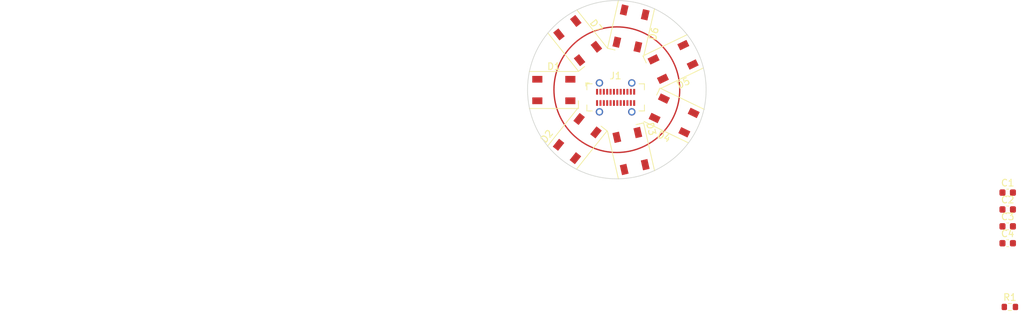
<source format=kicad_pcb>
(kicad_pcb (version 20221018) (generator pcbnew)
  (layers (0 "F.Cu" signal) (31 "B.Cu" signal) (34 "B.Paste" user) (35 "F.Paste" user) (36 "B.SilkS" user "B.Silkscreen") (37 "F.SilkS" user "F.Silkscreen") (38 "B.Mask" user) (39 "F.Mask" user) (44 "Edge.Cuts" user))
  (net 0 "")
  (net 1 "GND")
  (net 2 "Net-(D1-VDD)")
  (net 3 "Net-(D1-VSS)")
  (net 4 "Net-(D1-DIN)")
  (net 5 "Net-(D1-DOUT)")
  (net 6 "Net-(D2-DOUT)")
  (net 7 "Net-(D3-DOUT)")
  (net 8 "Net-(D4-DOUT)")
  (net 9 "Net-(D5-DOUT)")
  (net 10 "Net-(D6-DOUT)")
  (net 11 "Net-(D7-DOUT)")
  (net 12 "Net-(J1-D+-PadA6)")
  (footprint "Resistor_SMD:R_0603_1608Metric" (layer "F.Cu") (at 133.05 86.7)
    (fp_text reference "R1" (at 0 -1.43) (layer "F.SilkS"))
    (fp_text value "220")
    (fp_line (start -0.237258 -0.5225) (end 0.237258 -0.5225) (stroke (width 0.12)) (layer "F.SilkS"))
    (fp_line (start -0.237258 0.5225) (end 0.237258 0.5225) (stroke (width 0.12)) (layer "F.SilkS"))
    (pad "1" smd roundrect (at -0.825 0) (size 0.8 0.95) (layers "F.Cu" "F.Paste" "F.Mask") (net 4 "Net-(D1-DIN)"))
    (pad "2" smd roundrect (at 0.825 0) (size 0.8 0.95) (layers "F.Cu" "F.Paste" "F.Mask") (net 12 "Net-(J1-D+-PadA6)"))
  )
  (footprint "LED_SMD:LED_SK6812_PLCC4_5.0x5.0mm_P3.2mm" (layer "F.Cu") (at 83.23 58.24 154.3)
    (fp_text reference "D4" (at 0 -3.5 154.3) (layer "F.SilkS"))
    (fp_text value "SK6812" hide)
    (fp_line (start -3.65 -2.75) (end 3.65 -2.75) (stroke (width 0.12)) (layer "F.SilkS"))
    (fp_line (start -3.65 2.75) (end 3.65 2.75) (stroke (width 0.12)) (layer "F.SilkS"))
    (fp_line (start 3.65 2.75) (end 3.65 1.6) (stroke (width 0.12)) (layer "F.SilkS"))
    (pad "1" smd rect (at 2.45 1.6 154.3) (size 1.5 1) (layers "F.Cu" "F.Paste" "F.Mask") (net 3 "Net-(D1-VSS)"))
    (pad "2" smd rect (at 2.45 -1.6 154.3) (size 1.5 1) (layers "F.Cu" "F.Paste" "F.Mask") (net 7 "Net-(D3-DOUT)"))
    (pad "3" smd rect (at -2.45 -1.6 154.3) (size 1.5 1) (layers "F.Cu" "F.Paste" "F.Mask") (net 2 "Net-(D1-VDD)"))
    (pad "4" smd rect (at -2.45 1.6 154.3) (size 1.5 1) (layers "F.Cu" "F.Paste" "F.Mask") (net 8 "Net-(D4-DOUT)"))
  )
  (footprint "Capacitor_SMD:C_0603_1608Metric" (layer "F.Cu") (at 132.725 69.7)
    (fp_text reference "C1" (at 0 -1.43) (layer "F.SilkS"))
    (fp_text value "100nF")
    (fp_line (start -0.14058 -0.51) (end 0.14058 -0.51) (stroke (width 0.12)) (layer "F.SilkS"))
    (fp_line (start -0.14058 0.51) (end 0.14058 0.51) (stroke (width 0.12)) (layer "F.SilkS"))
    (pad "1" smd roundrect (at -0.775 0) (size 0.9 0.95) (layers "F.Cu" "F.Paste" "F.Mask") (net 1 "GND"))
    (pad "2" smd roundrect (at 0.775 0) (size 0.9 0.95) (layers "F.Cu" "F.Paste" "F.Mask") (net 2 "Net-(D1-VDD)"))
  )
  (footprint "Capacitor_SMD:C_0603_1608Metric" (layer "F.Cu") (at 132.725 77.23)
    (fp_text reference "C4" (at 0 -1.43) (layer "F.SilkS"))
    (fp_text value "100nF")
    (fp_line (start -0.14058 -0.51) (end 0.14058 -0.51) (stroke (width 0.12)) (layer "F.SilkS"))
    (fp_line (start -0.14058 0.51) (end 0.14058 0.51) (stroke (width 0.12)) (layer "F.SilkS"))
    (pad "1" smd roundrect (at -0.775 0) (size 0.9 0.95) (layers "F.Cu" "F.Paste" "F.Mask") (net 1 "GND"))
    (pad "2" smd roundrect (at 0.775 0) (size 0.9 0.95) (layers "F.Cu" "F.Paste" "F.Mask") (net 2 "Net-(D1-VDD)"))
  )
  (footprint "LED_SMD:LED_SK6812_PLCC4_5.0x5.0mm_P3.2mm" (layer "F.Cu") (at 68.918072 47.112933 -51.4)
    (fp_text reference "D7" (at 0 -3.5 128.6) (layer "F.SilkS"))
    (fp_text value "SK6812" hide)
    (fp_line (start -3.65 -2.75) (end 3.65 -2.75) (stroke (width 0.12)) (layer "F.SilkS"))
    (fp_line (start -3.65 2.75) (end 3.65 2.75) (stroke (width 0.12)) (layer "F.SilkS"))
    (fp_line (start 3.65 2.75) (end 3.65 1.6) (stroke (width 0.12)) (layer "F.SilkS"))
    (pad "1" smd rect (at 2.45 1.6 308.6) (size 1.5 1) (layers "F.Cu" "F.Paste" "F.Mask") (net 3 "Net-(D1-VSS)"))
    (pad "2" smd rect (at 2.45 -1.6 308.6) (size 1.5 1) (layers "F.Cu" "F.Paste" "F.Mask") (net 10 "Net-(D6-DOUT)"))
    (pad "3" smd rect (at -2.45 -1.6 308.6) (size 1.5 1) (layers "F.Cu" "F.Paste" "F.Mask") (net 2 "Net-(D1-VDD)"))
    (pad "4" smd rect (at -2.45 1.6 308.6) (size 1.5 1) (layers "F.Cu" "F.Paste" "F.Mask") (net 11 "Net-(D7-DOUT)"))
  )
  (footprint "Capacitor_SMD:C_0603_1608Metric" (layer "F.Cu") (at 132.725 72.21)
    (fp_text reference "C2" (at 0 -1.43) (layer "F.SilkS"))
    (fp_text value "100nF")
    (fp_line (start -0.14058 -0.51) (end 0.14058 -0.51) (stroke (width 0.12)) (layer "F.SilkS"))
    (fp_line (start -0.14058 0.51) (end 0.14058 0.51) (stroke (width 0.12)) (layer "F.SilkS"))
    (pad "1" smd roundrect (at -0.775 0) (size 0.9 0.95) (layers "F.Cu" "F.Paste" "F.Mask") (net 1 "GND"))
    (pad "2" smd roundrect (at 0.775 0) (size 0.9 0.95) (layers "F.Cu" "F.Paste" "F.Mask") (net 2 "Net-(D1-VDD)"))
  )
  (footprint "Connector_USB:USB_C_Receptacle_GCT_USB4115-03-C" (layer "F.Cu") (at 74.55 55.555)
    (fp_text reference "J1" (at 0 -3.2) (layer "F.SilkS"))
    (fp_text value "Female LED Connector (No USB)")
    (fp_line (start -4.42 -2.17) (end -4.42 -1.67) (stroke (width 0.12)) (layer "F.SilkS"))
    (fp_line (start -4.42 -2.17) (end -3.92 -2.17) (stroke (width 0.12)) (layer "F.SilkS"))
    (fp_line (start -4.27 -2.02) (end -4.27 -1.12) (stroke (width 0.12)) (layer "F.SilkS"))
    (fp_line (start -4.27 -2.02) (end -3.47 -2.02) (stroke (width 0.12)) (layer "F.SilkS"))
    (fp_line (start -4.27 2.02) (end -4.27 1.12) (stroke (width 0.12)) (layer "F.SilkS"))
    (fp_line (start -4.27 2.02) (end -3.47 2.02) (stroke (width 0.12)) (layer "F.SilkS"))
    (fp_line (start 4.27 -2.02) (end 3.47 -2.02) (stroke (width 0.12)) (layer "F.SilkS"))
    (fp_line (start 4.27 -2.02) (end 4.27 -1.12) (stroke (width 0.12)) (layer "F.SilkS"))
    (fp_line (start 4.27 2.02) (end 3.47 2.02) (stroke (width 0.12)) (layer "F.SilkS"))
    (fp_line (start 4.27 2.02) (end 4.27 1.12) (stroke (width 0.12)) (layer "F.SilkS"))
    (pad "" np_thru_hole circle (at -3.75 0) (size 0.66 0.66) (drill 0.66) (layers "F&B.Cu" "*.Mask"))
    (pad "" np_thru_hole oval (at 3.75 0) (size 1 0.58) (drill oval 1 0.58) (layers "F&B.Cu" "*.Mask"))
    (pad "A1" smd rect (at -2.75 -0.835) (size 0.3 0.85) (layers "F.Cu" "F.Paste" "F.Mask") (net 3 "Net-(D1-VSS)"))
    (pad "A2" smd rect (at -2.25 -0.835) (size 0.3 0.85) (layers "F.Cu" "F.Paste" "F.Mask"))
    (pad "A3" smd rect (at -1.75 -0.835) (size 0.3 0.85) (layers "F.Cu" "F.Paste" "F.Mask"))
    (pad "A4" smd rect (at -1.25 -0.835) (size 0.3 0.85) (layers "F.Cu" "F.Paste" "F.Mask") (net 2 "Net-(D1-VDD)"))
    (pad "A5" smd rect (at -0.75 -0.835) (size 0.3 0.85) (layers "F.Cu" "F.Paste" "F.Mask"))
    (pad "A6" smd rect (at -0.25 -0.835) (size 0.3 0.85) (layers "F.Cu" "F.Paste" "F.Mask") (net 12 "Net-(J1-D+-PadA6)"))
    (pad "A7" smd rect (at 0.25 -0.835) (size 0.3 0.85) (layers "F.Cu" "F.Paste" "F.Mask"))
    (pad "A8" smd rect (at 0.75 -0.835) (size 0.3 0.85) (layers "F.Cu" "F.Paste" "F.Mask"))
    (pad "A9" smd rect (at 1.25 -0.835) (size 0.3 0.85) (layers "F.Cu" "F.Paste" "F.Mask") (net 2 "Net-(D1-VDD)"))
    (pad "A10" smd rect (at 1.75 -0.835) (size 0.3 0.85) (layers "F.Cu" "F.Paste" "F.Mask"))
    (pad "A11" smd rect (at 2.25 -0.835) (size 0.3 0.85) (layers "F.Cu" "F.Paste" "F.Mask"))
    (pad "A12" smd rect (at 2.75 -0.835) (size 0.3 0.85) (layers "F.Cu" "F.Paste" "F.Mask") (net 3 "Net-(D1-VSS)"))
    (pad "B1" smd rect (at 2.75 0.835) (size 0.3 0.85) (layers "F.Cu" "F.Paste" "F.Mask") (net 3 "Net-(D1-VSS)"))
    (pad "B2" smd rect (at 2.25 0.835) (size 0.3 0.85) (layers "F.Cu" "F.Paste" "F.Mask"))
    (pad "B3" smd rect (at 1.75 0.835) (size 0.3 0.85) (layers "F.Cu" "F.Paste" "F.Mask"))
    (pad "B4" smd rect (at 1.25 0.835) (size 0.3 0.85) (layers "F.Cu" "F.Paste" "F.Mask") (net 2 "Net-(D1-VDD)"))
    (pad "B5" smd rect (at 0.75 0.835) (size 0.3 0.85) (layers "F.Cu" "F.Paste" "F.Mask"))
    (pad "B6" smd rect (at 0.25 0.835) (size 0.3 0.85) (layers "F.Cu" "F.Paste" "F.Mask") (net 12 "Net-(J1-D+-PadA6)"))
    (pad "B7" smd rect (at -0.25 0.835) (size 0.3 0.85) (layers "F.Cu" "F.Paste" "F.Mask"))
    (pad "B8" smd rect (at -0.75 0.835) (size 0.3 0.85) (layers "F.Cu" "F.Paste" "F.Mask"))
    (pad "B9" smd rect (at -1.25 0.835) (size 0.3 0.85) (layers "F.Cu" "F.Paste" "F.Mask") (net 2 "Net-(D1-VDD)"))
    (pad "B10" smd rect (at -1.75 0.835) (size 0.3 0.85) (layers "F.Cu" "F.Paste" "F.Mask"))
    (pad "B11" smd rect (at -2.25 0.835) (size 0.3 0.85) (layers "F.Cu" "F.Paste" "F.Mask"))
    (pad "B12" smd rect (at -2.75 0.835) (size 0.3 0.85) (layers "F.Cu" "F.Paste" "F.Mask") (net 3 "Net-(D1-VSS)"))
    (pad "S1" thru_hole circle (at -2.4 -2.15) (size 1.1 1.1) (drill 0.7) (layers "*.Cu" "*.Mask" "F.Paste") (net 3 "Net-(D1-VSS)"))
    (pad "S1" thru_hole circle (at -2.4 2.15) (size 1.1 1.1) (drill 0.7) (layers "*.Cu" "*.Mask" "F.Paste") (net 3 "Net-(D1-VSS)"))
    (pad "S1" thru_hole circle (at 2.4 -2.15) (size 1.1 1.1) (drill 0.7) (layers "*.Cu" "*.Mask" "F.Paste") (net 3 "Net-(D1-VSS)"))
    (pad "S1" thru_hole circle (at 2.4 2.15) (size 1.1 1.1) (drill 0.7) (layers "*.Cu" "*.Mask" "F.Paste") (net 3 "Net-(D1-VSS)"))
  )
  (footprint "LED_SMD:LED_SK6812_PLCC4_5.0x5.0mm_P3.2mm" (layer "F.Cu") (at 76.834838 45.312435 -102.86)
    (fp_text reference "D6" (at 0 -3.5 77.14) (layer "F.SilkS"))
    (fp_text value "SK6812")
    (fp_line (start -3.65 -2.75) (end 3.65 -2.75) (stroke (width 0.12)) (layer "F.SilkS"))
    (fp_line (start -3.65 2.75) (end 3.65 2.75) (stroke (width 0.12)) (layer "F.SilkS"))
    (fp_line (start 3.65 2.75) (end 3.65 1.6) (stroke (width 0.12)) (layer "F.SilkS"))
    (pad "1" smd rect (at 2.45 1.6 257.14) (size 1.5 1) (layers "F.Cu" "F.Paste" "F.Mask") (net 3 "Net-(D1-VSS)"))
    (pad "2" smd rect (at 2.45 -1.6 257.14) (size 1.5 1) (layers "F.Cu" "F.Paste" "F.Mask") (net 9 "Net-(D5-DOUT)"))
    (pad "3" smd rect (at -2.45 -1.6 257.14) (size 1.5 1) (layers "F.Cu" "F.Paste" "F.Mask") (net 2 "Net-(D1-VDD)"))
    (pad "4" smd rect (at -2.45 1.6 257.14) (size 1.5 1) (layers "F.Cu" "F.Paste" "F.Mask") (net 10 "Net-(D6-DOUT)"))
  )
  (footprint "LED_SMD:LED_SK6812_PLCC4_5.0x5.0mm_P3.2mm" (layer "F.Cu") (at 65.38 54.46)
    (fp_text reference "D1" (at 0 -3.5) (layer "F.SilkS"))
    (fp_text value "SK6812" hide)
    (fp_line (start -3.65 -2.75) (end 3.65 -2.75) (stroke (width 0.12)) (layer "F.SilkS"))
    (fp_line (start -3.65 2.75) (end 3.65 2.75) (stroke (width 0.12)) (layer "F.SilkS"))
    (fp_line (start 3.65 2.75) (end 3.65 1.6) (stroke (width 0.12)) (layer "F.SilkS"))
    (pad "1" smd rect (at 2.45 1.6) (size 1.5 1) (layers "F.Cu" "F.Paste" "F.Mask") (net 3 "Net-(D1-VSS)"))
    (pad "2" smd rect (at 2.45 -1.6) (size 1.5 1) (layers "F.Cu" "F.Paste" "F.Mask") (net 4 "Net-(D1-DIN)"))
    (pad "3" smd rect (at -2.45 -1.6) (size 1.5 1) (layers "F.Cu" "F.Paste" "F.Mask") (net 2 "Net-(D1-VDD)"))
    (pad "4" smd rect (at -2.45 1.6) (size 1.5 1) (layers "F.Cu" "F.Paste" "F.Mask") (net 5 "Net-(D1-DOUT)"))
  )
  (footprint "LED_SMD:LED_SK6812_PLCC4_5.0x5.0mm_P3.2mm" (layer "F.Cu") (at 68.856547 61.676922 51.43)
    (fp_text reference "D2" (at -2.545929 -3.733846 51.43) (layer "F.SilkS"))
    (fp_text value "SK6812" hide)
    (fp_line (start -3.65 -2.75) (end 3.65 -2.75) (stroke (width 0.12)) (layer "F.SilkS"))
    (fp_line (start -3.65 2.75) (end 3.65 2.75) (stroke (width 0.12)) (layer "F.SilkS"))
    (fp_line (start 3.65 2.75) (end 3.65 1.6) (stroke (width 0.12)) (layer "F.SilkS"))
    (pad "1" smd rect (at 2.45 1.6 51.43) (size 1.5 1) (layers "F.Cu" "F.Paste" "F.Mask") (net 3 "Net-(D1-VSS)"))
    (pad "2" smd rect (at 2.45 -1.6 51.43) (size 1.5 1) (layers "F.Cu" "F.Paste" "F.Mask") (net 5 "Net-(D1-DOUT)"))
    (pad "3" smd rect (at -2.45 -1.6 51.43) (size 1.5 1) (layers "F.Cu" "F.Paste" "F.Mask") (net 2 "Net-(D1-VDD)"))
    (pad "4" smd rect (at -2.45 1.6 51.43) (size 1.5 1) (layers "F.Cu" "F.Paste" "F.Mask") (net 6 "Net-(D2-DOUT)"))
  )
  (footprint "LED_SMD:LED_SK6812_PLCC4_5.0x5.0mm_P3.2mm" (layer "F.Cu") (at 76.833774 63.518668 102.89)
    (fp_text reference "D3" (at 2.527276 3.633846 102.89) (layer "F.SilkS"))
    (fp_text value "SK6812" hide)
    (fp_line (start -3.65 -2.75) (end 3.65 -2.75) (stroke (width 0.12)) (layer "F.SilkS"))
    (fp_line (start -3.65 2.75) (end 3.65 2.75) (stroke (width 0.12)) (layer "F.SilkS"))
    (fp_line (start 3.65 2.75) (end 3.65 1.6) (stroke (width 0.12)) (layer "F.SilkS"))
    (pad "1" smd rect (at 2.45 1.6 102.89) (size 1.5 1) (layers "F.Cu" "F.Paste" "F.Mask") (net 3 "Net-(D1-VSS)"))
    (pad "2" smd rect (at 2.45 -1.6 102.89) (size 1.5 1) (layers "F.Cu" "F.Paste" "F.Mask") (net 6 "Net-(D2-DOUT)"))
    (pad "3" smd rect (at -2.45 -1.6 102.89) (size 1.5 1) (layers "F.Cu" "F.Paste" "F.Mask") (net 2 "Net-(D1-VDD)"))
    (pad "4" smd rect (at -2.45 1.6 102.89) (size 1.5 1) (layers "F.Cu" "F.Paste" "F.Mask") (net 7 "Net-(D3-DOUT)"))
  )
  (footprint "LED_SMD:LED_SK6812_PLCC4_5.0x5.0mm_P3.2mm" (layer "F.Cu") (at 83.08 50.29 -154.3)
    (fp_text reference "D5" (at 0 -3.5 25.7) (layer "F.SilkS"))
    (fp_text value "SK6812")
    (fp_line (start -3.65 -2.75) (end 3.65 -2.75) (stroke (width 0.12)) (layer "F.SilkS"))
    (fp_line (start -3.65 2.75) (end 3.65 2.75) (stroke (width 0.12)) (layer "F.SilkS"))
    (fp_line (start 3.65 2.75) (end 3.65 1.6) (stroke (width 0.12)) (layer "F.SilkS"))
    (pad "1" smd rect (at 2.45 1.6 205.7) (size 1.5 1) (layers "F.Cu" "F.Paste" "F.Mask") (net 3 "Net-(D1-VSS)"))
    (pad "2" smd rect (at 2.45 -1.6 205.7) (size 1.5 1) (layers "F.Cu" "F.Paste" "F.Mask") (net 8 "Net-(D4-DOUT)"))
    (pad "3" smd rect (at -2.45 -1.6 205.7) (size 1.5 1) (layers "F.Cu" "F.Paste" "F.Mask") (net 2 "Net-(D1-VDD)"))
    (pad "4" smd rect (at -2.45 1.6 205.7) (size 1.5 1) (layers "F.Cu" "F.Paste" "F.Mask") (net 9 "Net-(D5-DOUT)"))
  )
  (footprint "Capacitor_SMD:C_0603_1608Metric" (layer "F.Cu") (at 132.725 74.72)
    (fp_text reference "C3" (at 0 -1.43) (layer "F.SilkS"))
    (fp_text value "100nF")
    (fp_line (start -0.14058 -0.51) (end 0.14058 -0.51) (stroke (width 0.12)) (layer "F.SilkS"))
    (fp_line (start -0.14058 0.51) (end 0.14058 0.51) (stroke (width 0.12)) (layer "F.SilkS"))
    (pad "1" smd roundrect (at -0.775 0) (size 0.9 0.95) (layers "F.Cu" "F.Paste" "F.Mask") (net 1 "GND"))
    (pad "2" smd roundrect (at 0.775 0) (size 0.9 0.95) (layers "F.Cu" "F.Paste" "F.Mask") (net 2 "Net-(D1-VDD)"))
  )
  (gr_circle (center 74.73 54.41) (end 84.04 55.05) (stroke (width 0.2)) (fill none) (layer "F.Cu"))
  (gr_circle (center 74.73 54.41) (end 87.98 54.41) (stroke (width 0.1)) (fill none) (layer "Edge.Cuts"))
)
</source>
